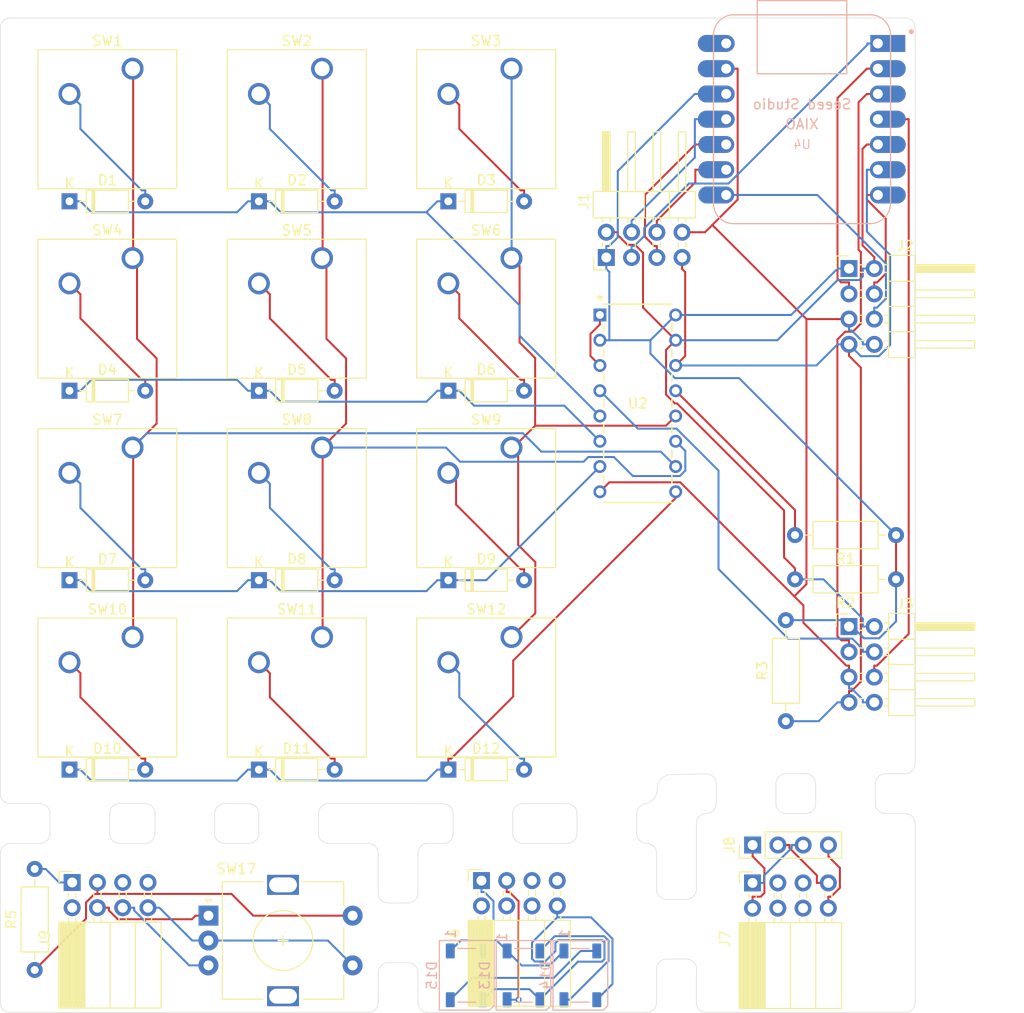
<source format=kicad_pcb>
(kicad_pcb (version 20240108) (generator "pcbnew") (generator_version "8.0")
  (layers (0 "F.Cu" signal) (31 "B.Cu" signal) (34 "B.Paste" user) (35 "F.Paste" user) (36 "B.SilkS" user "B.Silkscreen") (37 "F.SilkS" user "F.Silkscreen") (38 "B.Mask" user) (39 "F.Mask" user) (44 "Edge.Cuts" user))
  (net 0 "")
  (net 1 "ROW0")
  (net 2 "Net-(D1-A)")
  (net 3 "Net-(D2-A)")
  (net 4 "Net-(D3-A)")
  (net 5 "ROW1")
  (net 6 "Net-(D4-A)")
  (net 7 "Net-(D5-A)")
  (net 8 "Net-(D6-A)")
  (net 9 "ROW2")
  (net 10 "Net-(D7-A)")
  (net 11 "Net-(D8-A)")
  (net 12 "Net-(D9-A)")
  (net 13 "Net-(D10-A)")
  (net 14 "ROW3")
  (net 15 "Net-(D11-A)")
  (net 16 "Net-(D12-A)")
  (net 17 "/B2_3V3")
  (net 18 "/B2_DATA")
  (net 19 "Net-(D13-DOUT)")
  (net 20 "/B2_GND")
  (net 21 "Net-(D14-DOUT)")
  (net 23 "SCK")
  (net 24 "+3V3")
  (net 25 "MOSI")
  (net 26 "D0")
  (net 27 "GND")
  (net 28 "SCL")
  (net 29 "MISO")
  (net 30 "SDA")
  (net 31 "RX")
  (net 32 "D1")
  (net 33 "TX")
  (net 34 "P0")
  (net 35 "D2")
  (net 36 "D3")
  (net 43 "/B3_SCL")
  (net 44 "/B3_GND")
  (net 46 "/B3_3V3")
  (net 49 "/B3_SDA")
  (net 50 "/B4_A")
  (net 52 "/B4_B")
  (net 55 "/B4_SW")
  (net 56 "/B4_GND")
  (net 57 "/B4_3V3")
  (net 58 "INT")
  (net 59 "COL0")
  (net 60 "COL1")
  (net 61 "COL2")
  (net 62 "Net-(U2-A0)")
  (footprint "Diode_THT:D_DO-35_SOD27_P7.62mm_Horizontal" (layer "F.Cu") (at 99.06 89.535)
    (property "Reference" "D9")
    (property "Value" "D")
  )
  (footprint "Connector_PinHeader_2.54mm:PinHeader_2x04_P2.54mm_Horizontal" (layer "F.Cu") (at 139.35 94.2)
    (property "Reference" "J3")
    (property "Value" "Conn_02x04_Counter_Clockwise")
  )
  (footprint "Diode_THT:D_DO-35_SOD27_P7.62mm_Horizontal" (layer "F.Cu") (at 80.01 51.435)
    (property "Reference" "D2")
    (property "Value" "D")
  )
  (footprint "Diode_THT:D_DO-35_SOD27_P7.62mm_Horizontal" (layer "F.Cu") (at 60.96 51.435)
    (property "Reference" "D1")
    (property "Value" "D")
  )
  (footprint "Diode_THT:D_DO-35_SOD27_P7.62mm_Horizontal" (layer "F.Cu") (at 99.06 70.485)
    (property "Reference" "D6")
    (property "Value" "D")
  )
  (footprint "Diode_THT:D_DO-35_SOD27_P7.62mm_Horizontal" (layer "F.Cu") (at 80.01 89.535)
    (property "Reference" "D8")
    (property "Value" "D")
  )
  (footprint "Bits and Bobs:breakaway-mousebites" (layer "F.Cu") (at 123.3071 124.73 -90)
    (property "Reference" "B81")
    (property "Value" "breakaway-mousebites" (hide yes))
  )
  (footprint "Bits and Bobs:breakaway-mousebites" (layer "F.Cu") (at 138.9 112.3071 180)
    (property "Reference" "B61")
    (property "Value" "breakaway-mousebites" (hide yes))
  )
  (footprint "Diode_THT:D_DO-35_SOD27_P7.62mm_Horizontal" (layer "F.Cu") (at 60.96 89.535)
    (property "Reference" "D7")
    (property "Value" "D")
  )
  (footprint "Button_Switch_Keyboard:SW_Cherry_MX_1.00u_PCB" (layer "F.Cu") (at 105.41 57.15)
    (property "Reference" "SW6")
    (property "Value" "SW_Push_45deg")
  )
  (footprint "IO Expander:N16" (layer "F.Cu") (at 114.3 62.865)
    (property "Reference" "U2")
    (property "Value" "PCF8574A")
  )
  (footprint "Button_Switch_Keyboard:SW_Cherry_MX_1.00u_PCB" (layer "F.Cu") (at 86.36 76.2)
    (property "Reference" "SW8")
    (property "Value" "SW_Push_45deg")
  )
  (footprint "Bits and Bobs:breakaway-mousebites" (layer "F.Cu") (at 83 112.6611)
    (property "Reference" "B20")
    (property "Value" "breakaway-mousebites" (hide yes))
  )
  (footprint "Diode_THT:D_DO-35_SOD27_P7.62mm_Horizontal" (layer "F.Cu") (at 60.96 108.585)
    (property "Reference" "D10")
    (property "Value" "D")
  )
  (footprint "Resistor_THT:R_Axial_DIN0207_L6.3mm_D2.5mm_P10.16mm_Horizontal" (layer "F.Cu") (at 57.4641 128.731 90)
    (property "Reference" "R5")
    (property "Value" "4.7k")
  )
  (footprint "Bits and Bobs:breakaway-mousebites" (layer "F.Cu") (at 129 109.6611)
    (property "Reference" "B50")
    (property "Value" "breakaway-mousebites" (hide yes))
  )
  (footprint "Connector_PinSocket_2.54mm:PinSocket_2x04_P2.54mm_Horizontal" (layer "F.Cu") (at 129.65 119.975 90)
    (property "Reference" "J7")
    (property "Value" "Conn_02x04_Counter_Clockwise" (hide yes))
  )
  (footprint "Diode_THT:D_DO-35_SOD27_P7.62mm_Horizontal" (layer "F.Cu") (at 99.06 108.585)
    (property "Reference" "D12")
    (property "Value" "D")
  )
  (footprint "Diode_THT:D_DO-35_SOD27_P7.62mm_Horizontal" (layer "F.Cu") (at 80.01 70.485)
    (property "Reference" "D5")
    (property "Value" "D")
  )
  (footprint "Button_Switch_Keyboard:SW_Cherry_MX_1.00u_PCB" (layer "F.Cu") (at 67.31 38.1)
    (property "Reference" "SW1")
    (property "Value" "SW_Push_45deg")
  )
  (footprint "Bits and Bobs:breakaway-mousebites" (layer "F.Cu") (at 95.3071 125.1 -90)
    (property "Reference" "B71")
    (property "Value" "breakaway-mousebites" (hide yes))
  )
  (footprint "Button_Switch_Keyboard:SW_Cherry_MX_1.00u_PCB" (layer "F.Cu") (at 86.36 38.1)
    (property "Reference" "SW2")
    (property "Value" "SW_Push_45deg")
  )
  (footprint "Bits and Bobs:breakaway-mousebites" (layer "F.Cu") (at 114.9 115.3071 180)
    (property "Reference" "B41")
    (property "Value" "breakaway-mousebites" (hide yes))
  )
  (footprint "Connector_PinSocket_2.54mm:PinSocket_2x04_P2.54mm_Horizontal" (layer "F.Cu") (at 102.3906 119.745 90)
    (property "Reference" "J6")
    (property "Value" "Conn_02x04_Counter_Clockwise" (hide yes))
  )
  (footprint "Connector_PinHeader_2.54mm:PinHeader_1x04_P2.54mm_Vertical" (layer "F.Cu") (at 129.66 116.165 90)
    (property "Reference" "J8")
    (property "Value" "Conn_01x04_Pin")
  )
  (footprint "Button_Switch_Keyboard:SW_Cherry_MX_1.00u_PCB" (layer "F.Cu") (at 105.41 76.2)
    (property "Reference" "SW9")
    (property "Value" "SW_Push_45deg")
  )
  (footprint "Bits and Bobs:breakaway-mousebites" (layer "F.Cu") (at 82.9 115.3071 180)
    (property "Reference" "B21")
    (property "Value" "breakaway-mousebites" (hide yes))
  )
  (footprint "Button_Switch_Keyboard:SW_Cherry_MX_1.00u_PCB" (layer "F.Cu") (at 86.36 57.15)
    (property "Reference" "SW5")
    (property "Value" "SW_Push_45deg")
  )
  (footprint "Bits and Bobs:breakaway-mousebites" (layer "F.Cu") (at 120.6611 124.63 90)
    (property "Reference" "B80")
    (property "Value" "breakaway-mousebites" (hide yes))
  )
  (footprint "Bits and Bobs:breakaway-mousebites" (layer "F.Cu") (at 72.56 112.6611)
    (property "Reference" "B10")
    (property "Value" "breakaway-mousebites" (hide yes))
  )
  (footprint "Button_Switch_Keyboard:SW_Cherry_MX_1.00u_PCB" (layer "F.Cu") (at 67.31 76.2)
    (property "Reference" "SW7")
    (property "Value" "SW_Push_45deg")
  )
  (footprint "Bits and Bobs:breakaway-mousebites" (layer "F.Cu") (at 102.44 115.3121 180)
    (property "Reference" "B31")
    (property "Value" "breakaway-mousebites" (hide yes))
  )
  (footprint "Resistor_THT:R_Axial_DIN0207_L6.3mm_D2.5mm_P10.16mm_Horizontal" (layer "F.Cu") (at 144.08 89.445 180)
    (property "Reference" "R2")
    (property "Value" "4.7k")
  )
  (footprint "Button_Switch_Keyboard:SW_Cherry_MX_1.00u_PCB" (layer "F.Cu") (at 86.36 95.25)
    (property "Reference" "SW11")
    (property "Value" "SW_Push_45deg")
  )
  (footprint "Bits and Bobs:breakaway-mousebites" (layer "F.Cu") (at 72.46 115.3071 180)
    (property "Reference" "B11")
    (property "Value" "breakaway-mousebites" (hide yes))
  )
  (footprint "Rotary Encoder:RotaryEncoder_Alps_EC11E-Switch_Vertical_H20mm" (layer "F.Cu") (at 74.9371 123.27)
    (property "Reference" "SW17")
    (property "Value" "RotaryEncoder_Switch")
  )
  (footprint "Diode_THT:D_DO-35_SOD27_P7.62mm_Horizontal" (layer "F.Cu") (at 80.01 108.585)
    (property "Reference" "D11")
    (property "Value" "D")
  )
  (footprint "Bits and Bobs:breakaway-mousebites" (layer "F.Cu") (at 62 112.654)
    (property "Reference" "B00")
    (property "Value" "breakaway-mousebites" (hide yes))
  )
  (footprint "Bits and Bobs:breakaway-mousebites" (layer "F.Cu") (at 102.54 112.6661)
    (property "Reference" "B30")
    (property "Value" "breakaway-mousebites" (hide yes))
  )
  (footprint "Connector_PinSocket_2.54mm:PinSocket_2x04_P2.54mm_Horizontal" (layer "F.Cu") (at 61.2341 119.931 90)
    (property "Reference" "J9")
    (property "Value" "Conn_02x04_Counter_Clockwise" (hide yes))
  )
  (footprint "Button_Switch_Keyboard:SW_Cherry_MX_1.00u_PCB" (layer "F.Cu") (at 67.31 57.15)
    (property "Reference" "SW4")
    (property "Value" "SW_Push_45deg")
  )
  (footprint "Diode_THT:D_DO-35_SOD27_P7.62mm_Horizontal" (layer "F.Cu") (at 60.96 70.485)
    (property "Reference" "D4")
    (property "Value" "D")
  )
  (footprint "Resistor_THT:R_Axial_DIN0207_L6.3mm_D2.5mm_P10.16mm_Horizontal" (layer "F.Cu") (at 133 103.715 90)
    (property "Reference" "R3")
    (property "Value" "4.7k")
  )
  (footprint "Resistor_THT:R_Axial_DIN0207_L6.3mm_D2.5mm_P10.16mm_Horizontal" (layer "F.Cu") (at 144.08 85 180)
    (property "Reference" "R1")
    (property "Value" "4.7k")
  )
  (footprint "Diode_THT:D_DO-35_SOD27_P7.62mm_Horizontal" (layer "F.Cu") (at 99.06 51.435)
    (property "Reference" "D3")
    (property "Value" "D")
  )
  (footprint "Button_Switch_Keyboard:SW_Cherry_MX_1.00u_PCB" (layer "F.Cu") (at 105.41 95.25)
    (property "Reference" "SW12")
    (property "Value" "SW_Push_45deg")
  )
  (footprint "Bits and Bobs:breakaway-mousebites" (layer "F.Cu") (at 139 109.6611)
    (property "Reference" "B60")
    (property "Value" "breakaway-mousebites" (hide yes))
  )
  (footprint "Bits and Bobs:breakaway-mousebites" (layer "F.Cu") (at 115 112.6611)
    (property "Reference" "B40")
    (property "Value" "breakaway-mousebites" (hide yes))
  )
  (footprint "Connector_PinHeader_2.54mm:PinHeader_2x04_P2.54mm_Horizontal" (layer "F.Cu") (at 114.945 57.085 90)
    (property "Reference" "J1")
    (property "Value" "Conn_02x04_Counter_Clockwise")
  )
  (footprint "Button_Switch_Keyboard:SW_Cherry_MX_1.00u_PCB" (layer "F.Cu") (at 67.31 95.25)
    (property "Reference" "SW10")
    (property "Value" "SW_Push_45deg")
  )
  (footprint "Bits and Bobs:breakaway-mousebites" (layer "F.Cu") (at 128.9 112.3071 180)
    (property "Reference" "B51")
    (property "Value" "breakaway-mousebites" (hide yes))
  )
  (footprint "Connector_PinHeader_2.54mm:PinHeader_2x04_P2.54mm_Horizontal" (layer "F.Cu") (at 139.35 58.2)
    (property "Reference" "J2")
    (property "Value" "Conn_02x04_Counter_Clockwise")
  )
  (footprint "Button_Switch_Keyboard:SW_Cherry_MX_1.00u_PCB" (layer "F.Cu") (at 105.41 38.1)
    (property "Reference" "SW3")
    (property "Value" "SW_Push_45deg")
  )
  (footprint "Bits and Bobs:breakaway-mousebites" (layer "F.Cu") (at 92.6611 125 90)
    (property "Reference" "B70")
    (property "Value" "breakaway-mousebites" (hide yes))
  )
  (footprint "Bits and Bobs:breakaway-mousebites" (layer "F.Cu") (at 61.9 115.3 180)
    (property "Reference" "B01")
    (property "Value" "breakaway-mousebites" (hide yes))
  )
  (footprint "LED_SMD:LED_WS2812B_PLCC4_5.0x5.0mm_P3.2mm" (layer "B.Cu") (at 106.6206 129.27 -90)
    (property "Reference" "D13")
    (property "Value" "WS2812B")
  )
  (footprint "SEED XIAO:XIAO-Generic-Hybrid-14P-2.54-21X17.8MM" (layer "B.Cu") (at 134.625 43.18 180)
    (property "Reference" "U4")
    (property "Value" "MOUDLE-SEEEDUINO-XIAO" (hide yes))
  )
  (footprint "LED_SMD:LED_WS2812B_PLCC4_5.0x5.0mm_P3.2mm" (layer "B.Cu") (at 100.9056 129.27 -90)
    (property "Reference" "D15")
    (property "Value" "WS2812B")
  )
  (footprint "LED_SMD:LED_WS2812B_PLCC4_5.0x5.0mm_P3.2mm" (layer "B.Cu") (at 112.3356 129.27 -90)
    (property "Reference" "D14")
    (property "Value" "WS2812B")
  )
  (gr_arc (start 68.56 112) (mid 69.272128 112.294972) (end 69.5671 113.0071) (stroke (width 0.05)) (layer "Edge.Cuts"))
  (gr_line (start 118 113.0071) (end 118 114.999993) (stroke (width 0.05)) (layer "Edge.Cuts"))
  (gr_arc (start 125 109.0071) (mid 125.707107 109.299993) (end 126 110.0071) (stroke (width 0.05)) (layer "Edge.Cuts"))
  (gr_arc (start 121.0071 121.63) (mid 120.294969 121.335024) (end 119.999993 120.622893) (stroke (width 0.05)) (layer "Edge.Cuts"))
  (gr_arc (start 112 115.0071) (mid 111.707107 115.714207) (end 111 116.0071) (stroke (width 0.05)) (layer "Edge.Cuts"))
  (gr_line (start 120 132) (end 120.0071 128.63) (stroke (width 0.05)) (layer "Edge.Cuts"))
  (gr_arc (start 111 112.0071) (mid 111.707107 112.299993) (end 112 113.0071) (stroke (width 0.05)) (layer "Edge.Cuts"))
  (gr_arc (start 145 113) (mid 145.707107 113.292893) (end 146 114) (stroke (width 0.05)) (layer "Edge.Cuts"))
  (gr_arc (start 124 114) (mid 124.292893 113.292893) (end 125 113) (stroke (width 0.05)) (layer "Edge.Cuts"))
  (gr_arc (start 96 121) (mid 95.707104 121.707109) (end 94.999993 122) (stroke (width 0.05)) (layer "Edge.Cuts"))
  (gr_arc (start 126 112.0071) (mid 125.707107 112.714207) (end 125 113.0071) (stroke (width 0.05)) (layer "Edge.Cuts"))
  (gr_line (start 125 109.0071) (end 121.5 109.081139) (stroke (width 0.05)) (layer "Edge.Cuts"))
  (gr_arc (start 75.560007 113.0071) (mid 75.854981 112.294974) (end 76.567107 112) (stroke (width 0.05)) (layer "Edge.Cuts"))
  (gr_arc (start 120.081139 110.5) (mid 120.496714 109.496714) (end 121.5 109.081139) (stroke (width 0.05)) (layer "Edge.Cuts"))
  (gr_arc (start 69.5529 115.0071) (mid 69.262087 115.709187) (end 68.56 116) (stroke (width 0.05)) (layer "Edge.Cuts"))
  (gr_line (start 55 116) (end 58 116) (stroke (width 0.05)) (layer "Edge.Cuts"))
  (gr_arc (start 55 133) (mid 54.292893 132.707107) (end 54 132) (stroke (width 0.05)) (layer "Edge.Cuts"))
  (gr_arc (start 92.0071 129) (mid 92.299993 128.292893) (end 93.0071 128) (stroke (width 0.05)) (layer "Edge.Cuts"))
  (gr_line (start 128 133) (end 125 133) (stroke (width 0.05)) (layer "Edge.Cuts"))
  (gr_arc (start 97 133) (mid 96.292893 132.707107) (end 96 132) (stroke (width 0.05)) (layer "Edge.Cuts"))
  (gr_arc (start 119 116) (mid 119.707107 116.292893) (end 120 117) (stroke (width 0.05)) (layer "Edge.Cuts"))
  (gr_arc (start 92 132) (mid 91.707107 132.707107) (end 91 133) (stroke (width 0.05)) (layer "Edge.Cuts"))
  (gr_line (start 65 114.992893) (end 65 113) (stroke (width 0.05)) (layer "Edge.Cuts"))
  (gr_arc (start 79 112.007107) (mid 79.707107 112.3) (end 80 113.007107) (stroke (width 0.05)) (layer "Edge.Cuts"))
  (gr_arc (start 55 112) (mid 54.292893 111.707107) (end 54 111) (stroke (width 0.05)) (layer "Edge.Cuts"))
  (gr_line (start 55 33) (end 145 33) (stroke (width 0.05)) (layer "Edge.Cuts"))
  (gr_line (start 133 113) (end 135 113.0071) (stroke (width 0.05)) (layer "Edge.Cuts"))
  (gr_line (start 96 121) (end 96 117) (stroke (width 0.05)) (layer "Edge.Cuts"))
  (gr_line (start 135 109.0071) (end 133.007107 108.999993) (stroke (width 0.05)) (layer "Edge.Cuts"))
  (gr_arc (start 54 34) (mid 54.292893 33.292893) (end 55 33) (stroke (width 0.05)) (layer "Edge.Cuts"))
  (gr_arc (start 76.56 116) (mid 75.852891 115.707104) (end 75.56 114.999993) (stroke (width 0.05)) (layer "Edge.Cuts"))
  (gr_line (start 97 116) (end 98.54 116.01213) (stroke (width 0.05)) (layer "Edge.Cuts"))
  (gr_arc (start 123.0071 127.63) (mid 123.714207 127.922893) (end 124.0071 128.63) (stroke (width 0.05)) (layer "Edge.Cuts"))
  (gr_line (start 99.54 115.01213) (end 99.54 113.01213) (stroke (width 0.05)) (layer "Edge.Cuts"))
  (gr_arc (start 96 117) (mid 96.292893 116.292893) (end 97 116) (stroke (width 0.05)) (layer "Edge.Cuts"))
  (gr_arc (start 54 117) (mid 54.292893 116.292893) (end 55 116) (stroke (width 0.05)) (layer "Edge.Cuts"))
  (gr_line (start 145 133) (end 128 133) (stroke (width 0.05)) (layer "Edge.Cuts"))
  (gr_line (start 143 113) (end 145 113) (stroke (width 0.05)) (layer "Edge.Cuts"))
  (gr_line (start 66.007107 111.992893) (end 68.56 112) (stroke (width 0.05)) (layer "Edge.Cuts"))
  (gr_line (start 132 110.0071) (end 132 111.999993) (stroke (width 0.05)) (layer "Edge.Cuts"))
  (gr_arc (start 91 116) (mid 91.707107 116.292893) (end 92 117) (stroke (width 0.05)) (layer "Edge.Cuts"))
  (gr_line (start 142 110.0071) (end 142 111.999993) (stroke (width 0.05)) (layer "Edge.Cuts"))
  (gr_line (start 54 132) (end 54 117) (stroke (width 0.05)) (layer "Edge.Cuts"))
  (gr_line (start 106.54 116.00503) (end 111 116.0071) (stroke (width 0.05)) (layer "Edge.Cuts"))
  (gr_line (start 87.007107 112) (end 95.2 112) (stroke (width 0.05)) (layer "Edge.Cuts"))
  (gr_arc (start 99.54 115.01213) (mid 99.247107 115.719237) (end 98.54 116.01213) (stroke (width 0.05)) (layer "Edge.Cuts"))
  (gr_arc (start 146 132) (mid 145.707107 132.707107) (end 145 133) (stroke (width 0.05)) (layer "Edge.Cuts"))
  (gr_line (start 86 113.007107) (end 86 115) (stroke (width 0.05)) (layer "Edge.Cuts"))
  (gr_line (start 126 112.0071) (end 126 110.0071) (stroke (width 0.05)) (layer "Edge.Cuts"))
  (gr_arc (start 124 120.63) (mid 123.707104 121.337109) (end 122.999993 121.63) (stroke (width 0.05)) (layer "Edge.Cuts"))
  (gr_line (start 75.56 113.0071) (end 75.56 114.999993) (stroke (width 0.05)) (layer "Edge.Cuts"))
  (gr_line (start 76.56 116) (end 79 116.007107) (stroke (width 0.05)) (layer "Edge.Cuts"))
  (gr_line (start 92 132) (end 92.0071 129) (stroke (width 0.05)) (layer "Edge.Cuts"))
  (gr_arc (start 120.081139 110.5) (mid 119.782686 111.424508) (end 119 112) (stroke (width 0.05)) (layer "Edge.Cuts"))
  (gr_line (start 91 133) (end 55 133) (stroke (width 0.05)) (layer "Edge.Cuts"))
  (gr_line (start 96.0071 129) (end 96 132) (stroke (width 0.05)) (layer "Edge.Cuts"))
  (gr_line (start 54 111) (end 54 34) (stroke (width 0.05)) (layer "Edge.Cuts"))
  (gr_arc (start 106.54 116.00503) (mid 105.832891 115.712134) (end 105.54 115.005023) (stroke (width 0.05)) (layer "Edge.Cuts"))
  (gr_arc (start 58 112) (mid 58.707107 112.292893) (end 59 113) (stroke (width 0.05)) (layer "Edge.Cuts"))
  (gr_line (start 69.56 115.0071) (end 69.56 113.0071) (stroke (width 0.05)) (layer "Edge.Cuts"))
  (gr_line (start 136 112.0071) (end 136 110.0071) (stroke (width 0.05)) (layer "Edge.Cuts"))
  (gr_line (start 121.0071 121.63) (end 122.999993 121.63) (stroke (width 0.05)) (layer "Edge.Cuts"))
  (gr_arc (start 105.54 113.01213) (mid 105.834975 112.3) (end 106.547107 112.005023) (stroke (width 0.05)) (layer "Edge.Cuts"))
  (gr_arc (start 143 113) (mid 142.292891 112.707104) (end 142 111.999993) (stroke (width 0.05)) (layer "Edge.Cuts"))
  (gr_line (start 68.56 116) (end 66 116) (stroke (width 0.05)) (layer "Edge.Cuts"))
  (gr_line (start 95.0071 128) (end 93.0071 128) (stroke (width 0.05)) (layer "Edge.Cuts"))
  (gr_arc (start 95.0071 128) (mid 95.714207 128.292893) (end 96.0071 129) (stroke (width 0.05)) (layer "Edge.Cuts"))
  (gr_arc (start 136 112.0071) (mid 135.707107 112.714207) (end 135 113.0071) (stroke (width 0.05)) (layer "Edge.Cuts"))
  (gr_line (start 80 115.007107) (end 80 113.007107) (stroke (width 0.05)) (layer "Edge.Cuts"))
  (gr_arc (start 65 113) (mid 65.294975 112.287868) (end 66.007107 111.992893) (stroke (width 0.05)) (layer "Edge.Cuts"))
  (gr_arc (start 120 132) (mid 119.707107 132.707107) (end 119 133) (stroke (width 0.05)) (layer "Edge.Cuts"))
  (gr_arc (start 132 110.0071) (mid 132.294976 109.294969) (end 133.007107 108.999993) (stroke (width 0.05)) (layer "Edge.Cuts"))
  (gr_arc (start 98.54 112.01213) (mid 99.247107 112.305023) (end 99.54 113.01213) (stroke (width 0.05)) (layer "Edge.Cuts"))
  (gr_line (start 93.0071 122) (end 94.999993 122) (stroke (width 0.05)) (layer "Edge.Cuts"))
  (gr_line (start 59 115) (end 59 113) (stroke (width 0.05)) (layer "Edge.Cuts"))
  (gr_arc (start 93.0071 122) (mid 92.294969 121.705024) (end 91.999993 120.992893) (stroke (width 0.05)) (layer "Edge.Cuts"))
  (gr_arc (start 66 115.9929) (mid 65.292891 115.700004) (end 65 114.992893) (stroke (width 0.05)) (layer "Edge.Cuts"))
  (gr_arc (start 142 110.0071) (mid 142.294976 109.294969) (end 143.007107 108.999993) (stroke (width 0.05)) (layer "Edge.Cuts"))
  (gr_line (start 55 112) (end 58 112) (stroke (width 0.05)) (layer "Edge.Cuts"))
  (gr_line (start 146 114) (end 146 132) (stroke (width 0.05)) (layer "Edge.Cuts"))
  (gr_line (start 124 120.63) (end 124 114) (stroke (width 0.05)) (layer "Edge.Cuts"))
  (gr_arc (start 86 113.007107) (mid 86.294975 112.294977) (end 87.007107 112) (stroke (width 0.05)) (layer "Edge.Cuts"))
  (gr_line (start 106.547107 112.005023) (end 111 112.0071) (stroke (width 0.05)) (layer "Edge.Cuts"))
  (gr_arc (start 146 108) (mid 145.707107 108.707107) (end 145 109) (stroke (width 0.05)) (layer "Edge.Cuts"))
  (gr_line (start 123.0071 127.63) (end 121.0071 127.63) (stroke (width 0.05)) (layer "Edge.Cuts"))
  (gr_line (start 146 34) (end 146 108) (stroke (width 0.05)) (layer "Edge.Cuts"))
  (gr_line (start 91 116) (end 87 116.000007) (stroke (width 0.05)) (layer "Edge.Cuts"))
  (gr_line (start 112 115.0071) (end 112 113.0071) (stroke (width 0.05)) (layer "Edge.Cuts"))
  (gr_arc (start 59 115) (mid 58.707107 115.707107) (end 58 116) (stroke (width 0.05)) (layer "Edge.Cuts"))
  (gr_line (start 105.54 113.01213) (end 105.54 115.005023) (stroke (width 0.05)) (layer "Edge.Cuts"))
  (gr_line (start 124 132) (end 124.0071 128.63) (stroke (width 0.05)) (layer "Edge.Cuts"))
  (gr_arc (start 80 115.007107) (mid 79.707107 115.714214) (end 79 116.007107) (stroke (width 0.05)) (layer "Edge.Cuts"))
  (gr_line (start 119.999993 120.622893) (end 120 117) (stroke (width 0.05)) (layer "Edge.Cuts"))
  (gr_line (start 143.007107 108.999993) (end 145 109) (stroke (width 0.05)) (layer "Edge.Cuts"))
  (gr_line (start 79 112.007107) (end 76.567107 112) (stroke (width 0.05)) (layer "Edge.Cuts"))
  (gr_line (start 98.54 112.01213) (end 95.2 112) (stroke (width 0.05)) (layer "Edge.Cuts"))
  (gr_arc (start 119 116) (mid 118.292891 115.707104) (end 118 114.999993) (stroke (width 0.05)) (layer "Edge.Cuts"))
  (gr_line (start 91.999993 120.992893) (end 92 117) (stroke (width 0.05)) (layer "Edge.Cuts"))
  (gr_arc (start 120.0071 128.63) (mid 120.299993 127.922893) (end 121.0071 127.63) (stroke (width 0.05)) (layer "Edge.Cuts"))
  (gr_line (start 97 133) (end 119 133) (stroke (width 0.05)) (layer "Edge.Cuts"))
  (gr_arc (start 133 113) (mid 132.292891 112.707104) (end 132 111.999993) (stroke (width 0.05)) (layer "Edge.Cuts"))
  (gr_arc (start 135 109.0071) (mid 135.707107 109.299993) (end 136 110.0071) (stroke (width 0.05)) (layer "Edge.Cuts"))
  (gr_arc (start 125 133) (mid 124.292893 132.707107) (end 124 132) (stroke (width 0.05)) (layer "Edge.Cuts"))
  (gr_arc (start 87 116.000007) (mid 86.292891 115.707111) (end 86 115) (stroke (width 0.05)) (layer "Edge.Cuts"))
  (gr_arc (start 145 33) (mid 145.707107 33.292893) (end 146 34) (stroke (width 0.05)) (layer "Edge.Cuts"))
  (gr_arc (start 117.999982 113.0071) (mid 118.292455 112.297473) (end 119 112) (stroke (width 0.05)) (layer "Edge.Cuts"))
  (segment (start 106.2232 61.9033) (end 106.2232 64.9482) (width 0.2) (layer "B.Cu") (net 1))
  (segment (start 82.2134 52.5367) (end 96.8566 52.5367) (width 0.2) (layer "B.Cu") (net 1))
  (segment (start 77.8066 52.5367) (end 78.9083 51.435) (width 0.2) (layer "B.Cu") (net 1))
  (segment (start 63.1634 52.5367) (end 77.8066 52.5367) (width 0.2) (layer "B.Cu") (net 1))
  (segment (start 80.01 51.435) (end 81.1117 51.435) (width 0.2) (layer "B.Cu") (net 1))
  (segment (start 99.06 51.435) (end 97.9583 51.435) (width 0.2) (layer "B.Cu") (net 1))
  (segment (start 96.8566 52.5367) (end 106.2232 61.9033) (width 0.2) (layer "B.Cu") (net 1))
  (segment (start 81.1117 51.435) (end 82.2134 52.5367) (width 0.2) (layer "B.Cu") (net 1))
  (segment (start 106.2232 64.9482) (end 114.3 73.025) (width 0.2) (layer "B.Cu") (net 1))
  (segment (start 62.0617 51.435) (end 63.1634 52.5367) (width 0.2) (layer "B.Cu") (net 1))
  (segment (start 60.96 51.435) (end 62.0617 51.435) (width 0.2) (layer "B.Cu") (net 1))
  (segment (start 97.9583 51.435) (end 96.8566 52.5367) (width 0.2) (layer "B.Cu") (net 1))
  (segment (start 80.01 51.435) (end 78.9083 51.435) (width 0.2) (layer "B.Cu") (net 1))
  (segment (start 62.0602 44.156) (end 68.2375 50.3333) (width 0.2) (layer "B.Cu") (net 2))
  (segment (start 68.2375 50.3333) (end 68.58 50.3333) (width 0.2) (layer "B.Cu") (net 2))
  (segment (start 62.0602 41.7402) (end 62.0602 44.156) (width 0.2) (layer "B.Cu") (net 2))
  (segment (start 60.96 40.64) (end 62.0602 41.7402) (width 0.2) (layer "B.Cu") (net 2))
  (segment (start 68.58 51.435) (end 68.58 50.3333) (width 0.2) (layer "B.Cu") (net 2))
  (segment (start 87.63 51.435) (end 87.63 50.3333) (width 0.2) (layer "B.Cu") (net 3))
  (segment (start 81.1102 41.7402) (end 81.1102 44.156) (width 0.2) (layer "B.Cu") (net 3))
  (segment (start 80.01 40.64) (end 81.1102 41.7402) (width 0.2) (layer "B.Cu") (net 3))
  (segment (start 81.1102 44.156) (end 87.2875 50.3333) (width 0.2) (layer "B.Cu") (net 3))
  (segment (start 87.2875 50.3333) (end 87.63 50.3333) (width 0.2) (layer "B.Cu") (net 3))
  (segment (start 106.3375 50.3333) (end 106.68 50.3333) (width 0.2) (layer "F.Cu") (net 4))
  (segment (start 100.1602 41.7402) (end 100.1602 44.156) (width 0.2) (layer "F.Cu") (net 4))
  (segment (start 100.1602 44.156) (end 106.3375 50.3333) (width 0.2) (layer "F.Cu") (net 4))
  (segment (start 99.06 40.64) (end 100.1602 41.7402) (width 0.2) (layer "F.Cu") (net 4))
  (segment (start 106.68 51.435) (end 106.68 50.3333) (width 0.2) (layer "F.Cu") (net 4))
  (segment (start 96.8566 71.5867) (end 97.9583 70.485) (width 0.2) (layer "B.Cu") (net 5))
  (segment (start 99.06 70.485) (end 100.1617 70.485) (width 0.2) (layer "B.Cu") (net 5))
  (segment (start 81.1117 70.485) (end 82.2134 71.5867) (width 0.2) (layer "B.Cu") (net 5))
  (segment (start 63.1634 69.3833) (end 77.8066 69.3833) (width 0.2) (layer "B.Cu") (net 5))
  (segment (start 77.8066 69.3833) (end 78.9083 70.485) (width 0.2) (layer "B.Cu") (net 5))
  (segment (start 80.01 70.485) (end 81.1117 70.485) (width 0.2) (layer "B.Cu") (net 5))
  (segment (start 60.96 70.485) (end 62.0617 70.485) (width 0.2) (layer "B.Cu") (net 5))
  (segment (start 79.4592 70.485) (end 78.9083 70.485) (width 0.2) (layer "B.Cu") (net 5))
  (segment (start 62.0617 70.485) (end 63.1634 69.3833) (width 0.2) (layer "B.Cu") (net 5))
  (segment (start 79.4592 70.485) (end 80.01 70.485) (width 0.2) (layer "B.Cu") (net 5))
  (segment (start 110.7234 71.9884) (end 114.3 75.565) (width 0.2) (layer "B.Cu") (net 5))
  (segment (start 99.06 70.485) (end 97.9583 70.485) (width 0.2) (layer "B.Cu") (net 5))
  (segment (start 82.2134 71.5867) (end 96.8566 71.5867) (width 0.2) (layer "B.Cu") (net 5))
  (segment (start 100.1617 70.485) (end 101.6651 71.9884) (width 0.2) (layer "B.Cu") (net 5))
  (segment (start 101.6651 71.9884) (end 110.7234 71.9884) (width 0.2) (layer "B.Cu") (net 5))
  (segment (start 62.0602 60.7902) (end 62.0602 63.206) (width 0.2) (layer "F.Cu") (net 6))
  (segment (start 68.58 70.485) (end 68.58 69.3833) (width 0.2) (layer "F.Cu") (net 6))
  (segment (start 62.0602 63.206) (end 68.2375 69.3833) (width 0.2) (layer "F.Cu") (net 6))
  (segment (start 68.2375 69.3833) (end 68.58 69.3833) (width 0.2) (layer "F.Cu") (net 6))
  (segment (start 60.96 59.69) (end 62.0602 60.7902) (width 0.2) (layer "F.Cu") (net 6))
  (segment (start 81.1102 60.7902) (end 81.1102 63.206) (width 0.2) (layer "F.Cu") (net 7))
  (segment (start 80.01 59.69) (end 81.1102 60.7902) (width 0.2) (layer "F.Cu") (net 7))
  (segment (start 87.2875 69.3833) (end 87.63 69.3833) (width 0.2) (layer "F.Cu") (net 7))
  (segment (start 81.1102 63.206) (end 87.2875 69.3833) (width 0.2) (layer "F.Cu") (net 7))
  (segment (start 87.63 70.485) (end 87.63 69.3833) (width 0.2) (layer "F.Cu") (net 7))
  (segment (start 100.1602 63.206) (end 106.3375 69.3833) (width 0.2) (layer "F.Cu") (net 8))
  (segment (start 99.06 59.69) (end 100.1602 60.7902) (width 0.2) (layer "F.Cu") (net 8))
  (segment (start 106.68 70.485) (end 106.68 69.3833) (width 0.2) (layer "F.Cu") (net 8))
  (segment (start 106.3375 69.3833) (end 106.68 69.3833) (width 0.2) (layer "F.Cu") (net 8))
  (segment (start 100.1602 60.7902) (end 100.1602 63.206) (width 0.2) (layer "F.Cu") (net 8))
  (segment (start 80.01 89.535) (end 78.9083 89.535) (width 0.2) (layer "B.Cu") (net 9))
  (segment (start 102.87 89.535) (end 99.06 89.535) (width 0.2) (layer "B.Cu") (net 9))
  (segment (start 96.8566 90.6367) (end 82.2134 90.6367) (width 0.2) (layer "B.Cu") (net 9))
  (segment (start 97.9583 89.535) (end 96.8566 90.6367) (width 0.2) (layer "B.Cu") (net 9))
  (segment (start 82.2134 90.6367) (end 81.1117 89.535) (width 0.2) (layer "B.Cu") (net 9))
  (segment (start 77.8066 90.6367) (end 78.9083 89.535) (width 0.2) (layer "B.Cu") (net 9))
  (segment (start 60.96 89.535) (end 62.0617 89.535) (width 0.2) (layer "B.Cu") (net 9))
  (segment (start 62.0617 89.535) (end 63.1634 90.6367) (width 0.2) (layer "B.Cu") (net 9))
  (segment (start 114.3 78.105) (end 102.87 89.535) (width 0.2) (layer "B.Cu") (net 9))
  (segment (start 99.06 89.535) (end 97.9583 89.535) (width 0.2) (layer "B.Cu") (net 9))
  (segment (start 63.1634 90.6367) (end 77.8066 90.6367) (width 0.2) (layer "B.Cu") (net 9))
  (segment (start 80.01 89.535) (end 81.1117 89.535) (width 0.2) (layer "B.Cu") (net 9))
  (segment (start 68.58 89.535) (end 68.58 88.4333) (width 0.2) (layer "B.Cu") (net 10))
  (segment (start 62.0602 82.256) (end 68.2375 88.4333) (width 0.2) (layer "B.Cu") (net 10))
  (segment (start 68.2375 88.4333) (end 68.58 88.4333) (width 0.2) (layer "B.Cu") (net 10))
  (segment (start 60.96 78.74) (end 62.0602 79.8402) (width 0.2) (layer "B.Cu") (net 10))
  (segment (start 62.0602 79.8402) (end 62.0602 82.256) (width 0.2) (layer "B.Cu") (net 10))
  (segment (start 80.01 78.74) (end 81.1102 79.8402) (width 0.2) (layer "B.Cu") (net 11))
  (segment (start 87.63 89.535) (end 87.63 88.4333) (width 0.2) (layer "B.Cu") (net 11))
  (segment (start 87.2875 88.4333) (end 87.63 88.4333) (width 0.2) (layer "B.Cu") (net 11))
  (segment (start 81.1102 82.256) (end 87.2875 88.4333) (width 0.2) (layer "B.Cu") (net 11))
  (segment (start 81.1102 79.8402) (end 81.1102 82.256) (width 0.2) (layer "B.Cu") (net 11))
  (segment (start 106.68 89.535) (end 106.68 88.4333) (width 0.2) (layer "F.Cu") (net 12))
  (segment (start 99.06 78.74) (end 99.8364 79.5164) (width 0.2) (layer "F.Cu") (net 12))
  (segment (start 99.8364 81.9322) (end 106.3375 88.4333) (width 0.2) (layer "F.Cu") (net 12))
  (segment (start 99.8364 79.5164) (end 99.8364 81.9322) (width 0.2) (layer "F.Cu") (net 12))
  (segment (start 106.3375 88.4333) (end 106.68 88.4333) (width 0.2) (layer "F.Cu") (net 12))
  (segment (start 62.0602 98.8902) (end 62.0602 101.306) (width 0.2) (layer "F.Cu") (net 13))
  (segment (start 68.2375 107.4833) (end 68.58 107.4833) (width 0.2) (layer "F.Cu") (net 13))
  (segment (start 62.0602 101.306) (end 68.2375 107.4833) (width 0.2) (layer "F.Cu") (net 13))
  (segment (start 60.96 97.79) (end 62.0602 98.8902) (width 0.2) (layer "F.Cu") (net 13))
  (segment (start 68.58 108.585) (end 68.58 107.4833) (width 0.2) (layer "F.Cu") (net 13))
  (segment (start 121.92 80.645) (end 121.92 81.28) (width 0.2) (layer "F.Cu") (net 14))
  (segment (start 99.3354 107.4833) (end 99.06 107.4833) (width 0.2) (layer "F.Cu") (net 14))
  (segment (start 121.92 81.28) (end 105.5798 97.6202) (width 0.2) (layer "F.Cu") (net 14))
  (segment (start 99.06 108.585) (end 99.06 107.4833) (width 0.2) (layer "F.Cu") (net 14))
  (segment (start 105.5798 101.2389) (end 99.3354 107.4833) (width 0.2) (layer "F.Cu") (net 14))
  (segment (start 105.5798 97.6202) (end 105.5798 101.2389) (width 0.2) (layer "F.Cu") (net 14))
  (segment (start 80.01 108.585) (end 78.9083 108.585) (width 0.2) (layer "B.Cu") (net 14))
  (segment (start 82.2134 109.6867) (end 81.1117 108.585) (width 0.2) (layer "B.Cu") (net 14))
  (segment (start 80.01 108.585) (end 81.1117 108.585) (width 0.2) (layer "B.Cu") (net 14))
  (segment (start 60.96 108.585) (end 62.0617 108.585) (width 0.2) (layer "B.Cu") (net 14))
  (segment (start 78.9083 108.585) (end 77.8066 109.6867) (width 0.2) (layer "B.Cu") (net 14))
  (segment (start 97.9583 108.585) (end 96.8566 109.6867) (width 0.2) (layer "B.Cu") (net 14))
  (segment (start 99.06 108.585) (end 97.9583 108.585) (width 0.2) (layer "B.Cu") (net 14))
  (segment (start 77.8066 109.6867) (end 63.1634 109.6867) (width 0.2) (layer "B.Cu") (net 14))
  (segment (start 96.8566 109.6867) (end 82.2134 109.6867) (width 0.2) (layer "B.Cu") (net 14))
  (segment (start 63.1634 109.6867) (end 62.0617 108.585) (width 0.2) (layer "B.Cu") (net 14))
  (segment (start 87.2875 107.4833) (end 87.63 107.4833) (width 0.2) (layer "F.Cu") (net 15))
  (segment (start 80.01 97.79) (end 81.1102 98.8902) (width 0.2) (layer "F.Cu") (net 15))
  (segment (start 87.63 108.585) (end 87.63 107.4833) (width 0.2) (layer "F.Cu") (net 15))
  (segment (start 81.1102 98.8902) (end 81.1102 101.306) (width 0.2) (layer "F.Cu") (net 15))
  (segment (start 81.1102 101.306) (end 87.2875 107.4833) (width 0.2) (layer "F.Cu") (net 15))
  (segment (start 106.68 108.585) (end 106.68 107.4833) (width 0.2) (layer "B.Cu") (net 16))
  (segment (start 99.06 97.79) (end 100.1602 98.8902) (width 0.2) (layer "B.Cu") (net 16))
  (segment (start 100.1602 101.306) (end 106.3375 107.4833) (width 0.2) (layer "B.Cu") (net 16))
  (segment (start 106.3375 107.4833) (end 106.68 107.4833) (width 0.2) (layer "B.Cu") (net 16))
  (segment (start 100.1602 98.8902) (end 100.1602 101.306) (width 0.2) (layer "B.Cu") (net 16))
  (segment (start 103.8962 125.7456) (end 104.9706 126.82) (width 0.2) (layer "B.Cu") (net 17))
  (segment (start 102.3906 120.8967) (end 102.6785 120.8967) (width 0.2) (layer "B.Cu") (net 17))
  (segment (start 102.3906 119.745) (end 102.3906 120.8967) (width 0.2) (layer "B.Cu") (net 17))
  (segment (start 102.6785 120.8967) (end 103.5992 121.8174) (width 0.2) (layer "B.Cu") (net 17))
  (segment (start 109.2282 128.2774) (end 110.6856 126.82) (width 0.2) (layer "B.Cu") (net 17))
  (segment (start 99.2556 126.82) (end 100.33 125.7456) (width 0.2) (layer "B.Cu") (net 17))
  (segment (start 106.428 128.2774) (end 109.2282 128.2774) (width 0.2) (layer "B.Cu") (net 17))
  (segment (start 103.5992 121.8174) (end 103.5992 125.7456) (width 0.2) (layer "B.Cu") (net 17))
  (segment (start 103.5992 125.7456) (end 103.8962 125.7456) (width 0.2) (layer "B.Cu") (net 17))
  (segment (start 100.33 125.7456) (end 103.5992 125.7456) (width 0.2) (layer "B.Cu") (net 17))
  (segment (start 104.9706 126.82) (end 106.428 128.2774) (width 0.2) (layer "B.Cu") (net 17))
  (segment (start 105.1991 120.8967) (end 106.12 121.8176) (width 0.2) (layer "F.Cu") (net 18))
  (segment (start 106.12 121.8176) (end 106.12 131.72) (width 0.2) (layer "F.Cu") (net 18))
  (segment (start 104.9306 120.8967) (end 105.1991 120.8967) (width 0.2) (layer "F.Cu") (net 18))
  (segment (start 104.9306 119.745) (end 104.9306 120.8967) (width 0.2) (layer "F.Cu") (net 18))
  (via (at 106.12 131.72) (size 0.6) (drill 0.3) (layers "F.Cu" "B.Cu") (net 18))
  (segment (start 104.9706 131.72) (end 106.12 131.72) (width 0.2) (layer "B.Cu") (net 18))
  (segment (start 115.1629 125.7825) (end 115.1629 127.8107) (width 0.2) (layer "B.Cu") (net 19))
  (segment (start 108.2706 126.82) (end 109.7567 125.3339) (width 0.2) (layer "B.Cu") (net 19))
  (segment (start 109.7567 125.3339) (end 114.7143 125.3339) (width 0.2) (layer "B.Cu") (net 19))
  (segment (start 115.1629 127.8107) (end 111.2536 131.72) (width 0.2) (layer "B.Cu") (net 19))
  (segment (start 111.2536 131.72) (end 110.6856 131.72) (width 0.2) (layer "B.Cu") (net 19))
  (segment (start 114.7143 125.3339) (end 115.1629 125.7825) (width 0.2) (layer "B.Cu") (net 19))
  (segment (start 113.9856 131.72) (end 115.5668 130.1388) (width 0.2) (layer "B.Cu") (net 20))
  (segment (start 115.5668 125.5956) (end 113.4079 123.4367) (width 0.2) (layer "B.Cu") (net 20))
  (segment (start 110.1025 125.7371) (end 114.5495 125.7371) (width 0.2) (layer "B.Cu") (net 20))
  (segment (start 113.4079 123.4367) (end 110.0106 123.4367) (width 0.2) (layer "B.Cu") (net 20))
  (segment (start 115.5668 130.1388) (end 115.5668 125.5956) (width 0.2) (layer "B.Cu") (net 20))
  (segment (start 108.7894 127.8757) (end 109.8252 126.8399) (width 0.2) (layer "B.Cu") (net 20))
  (segment (start 112.0939 127.8967) (end 108.2706 131.72) (width 0.2) (layer "B.Cu") (net 20))
  (segment (start 109.8252 126.0144) (end 110.1025 125.7371) (width 0.2) (layer "B.Cu") (net 20))
  (segment (start 114.7597 127.4607) (end 114.7597 127.6459) (width 0.2) (layer "B.Cu") (net 20))
  (segment (start 114.7612 127.4592) (end 114.7597 127.4607) (width 0.2) (layer "B.Cu") (net 20))
  (segment (start 107.4729 127.605) (end 107.7436 127.8757) (width 0.2) (layer "B.Cu") (net 20))
  (segment (start 107.2129 130.6623) (end 108.2706 131.72) (width 0.2) (layer "B.Cu") (net 20))
  (segment (start 114.7612 125.9488) (end 114.7612 127.4592) (width 0.2) (layer "B.Cu") (net 20))
  (segment (start 103.6133 130.6623) (end 107.2129 130.6623) (width 0.2) (layer "B.Cu") (net 20))
  (segment (start 114.5089 127.8967) (end 112.0939 127.8967) (width 0.2) (layer "B.Cu") (net 20))
  (segment (start 110.0106 122.285) (end 110.0106 123.4367) (width 0.2) (layer "B.Cu") (net 20))
  (segment (start 114.5495 125.7371) (end 114.7612 125.9488) (width 0.2) (layer "B.Cu") (net 20))
  (segment (start 102.5556 131.72) (end 103.6133 130.6623) (width 0.2) (layer "B.Cu") (net 20))
  (segment (start 107.4729 125.9744) (end 107.4729 127.605) (width 0.2) (layer "B.Cu") (net 20))
  (segment (start 110.0106 123.4367) (end 107.4729 125.9744) (width 0.2) (layer "B.Cu") (net 20))
  (segment (start 107.7436 127.8757) (end 108.7894 127.8757) (width 0.2) (layer "B.Cu") (net 20))
  (segment (start 114.7597 127.6459) (end 114.5089 127.8967) (width 0.2) (layer "B.Cu") (net 20))
  (segment (start 109.8252 126.8399) (end 109.8252 126.0144) (width 0.2) (layer "B.Cu") (net 20))
  (segment (start 101.4491 129.5265) (end 99.2556 131.72) (width 0.2) (layer "B.Cu") (net 21))
  (segment (start 112.3663 126.82) (end 109.6598 129.5265) (width 0.2) (layer "B.Cu") (net 21))
  (segment (start 113.9856 126.82) (end 112.3663 126.82) (width 0.2) (layer "B.Cu") (net 21))
  (segment (start 109.6598 129.5265) (end 101.4491 129.5265) (width 0.2) (layer "B.Cu") (net 21))
  (segment (start 127 48.26) (end 123.8983 48.26) (width 0.2) (layer "F.Cu") (net 23))
  (segment (start 120.025 54.545) (end 120.025 53.3933) (width 0.2) (layer "F.Cu") (net 23))
  (segment (start 123.8983 48.26) (end 123.8983 49.52) (width 0.2) (layer "F.Cu") (net 23))
  (segment (start 123.8983 49.52) (end 120.025 53.3933) (width 0.2) (layer "F.Cu") (net 23))
  (segment (start 144.08 85) (end 144.08 89.445) (width 0.2) (layer "F.Cu") (net 24))
  (segment (start 114.945 57.085) (end 114.945 55.9333) (width 0.2) (layer "B.Cu") (net 24))
  (segment (start 115.2494 58.5411) (end 115.2494 65.405) (width 0.2) (layer "B.Cu") (net 24))
  (segment (start 139.0275 93.555) (end 133 93.555) (width 0.2) (layer "B.Cu") (net 24))
  (segment (start 133.5333 62.865) (end 121.92 62.865) (width 0.2) (layer "B.Cu") (net 24))
  (segment (start 115.2494 65.405) (end 119.38 65.405) (width 0.2) (layer "B.Cu") (net 24))
  (segment (start 128.295 69.215) (end 121.8388 69.215) (width 0.2) (layer "B.Cu") (net 24))
  (segment (start 114.945 57.085) (end 114.945 58.2367) (width 0.2) (layer "B.Cu") (net 24))
  (segment (start 121.8388 69.215) (end 119.38 66.7562) (width 0.2) (layer "B.Cu") (net 24))
  (segment (start 144.08 89.445) (end 144.08 93.6726) (width 0.2) (layer "B.Cu") (net 24))
  (segment (start 138.1983 58.2) (end 133.5333 62.865) (width 0.2) (layer "B.Cu") (net 24))
  (segment (start 144.08 85) (end 128.295 69.215) (width 0.2) (layer "B.Cu") (net 24))
  (segment (start 114.945 58.2367) (end 115.2494 58.5411) (width 0.2) (layer "B.Cu") (net 24))
  (segment (start 116.0967 55.0696) (end 115.233 55.9333) (width 0.2) (layer "B.Cu") (net 24))
  (segment (start 139.35 93.8775) (end 139.0275 93.555) (width 0.2) (layer "B.Cu") (net 24))
  (segment (start 139.35 94.2) (end 139.35 93.8775) (width 0.2) (layer "B.Cu") (net 24))
  (segment (start 140.851 95.3785) (end 139.35 93.8775) (width 0.2) (layer "B.Cu") (net 24))
  (segment (start 127 40.64) (end 123.8483 40.64) (width 0.2) (layer "B.Cu") (net 24))
  (segment (start 115.233 55.9333) (end 114.945 55.9333) (width 0.2) (layer "B.Cu") (net 24))
  (segment (start 114.3 65.405) (end 115.2494 65.405) (width 0.2) (layer "B.Cu") (net 24))
  (segment (start 119.38 66.7562) (end 119.38 65.405) (width 0.2) (layer "B.Cu") (net 24))
  (segment (start 116.0967 48.3916) (end 116.0967 55.0696) (width 0.2) (layer "B.Cu") (net 24))
  (segment (start 123.8483 40.64) (end 116.0967 48.3916) (width 0.2) (layer "B.Cu") (net 24))
  (segment (start 142.3741 95.3785) (end 140.851 95.3785) (width 0.2) (layer "B.Cu") (net 24))
  (segment (start 119.38 65.405) (end 121.92 62.865) (width 0.2) (layer "B.Cu") (net 24))
  (segment (start 144.08 93.6726) (end 142.3741 95.3785) (width 0.2) (layer "B.Cu") (net 24))
  (segment (start 139.35 58.2) (end 138.1983 58.2) (width 0.2) (layer "B.Cu") (net 24))
  (segment (start 123.8483 47.03) (end 123.8483 43.18) (width 0.2) (layer "B.Cu") (net 25))
  (segment (start 117.485 53.3933) (end 123.8483 47.03) (width 0.2) (layer "B.Cu") (net 25))
  (segment (start 127 43.18) (end 123.8483 43.18) (width 0.2) (layer "B.Cu") (net 25))
  (segment (start 117.485 54.545) (end 117.485 53.3933) (width 0.2) (layer "B.Cu") (net 25))
  (segment (start 127.2415 49.6483) (end 123.2565 49.6483) (width 0.2) (layer "B.Cu") (net 26))
  (segment (start 118.755 54.9318) (end 117.7535 55.9333) (width 0.2) (layer "B.Cu") (net 26))
  (segment (start 117.485 57.085) (end 117.485 55.9333) (width 0.2) (layer "B.Cu") (net 26))
  (segment (start 123.2565 49.6483) (end 118.755 54.1498) (width 0.2) (layer "B.Cu") (net 26))
  (segment (start 118.755 54.1498) (end 118.755 54.9318) (width 0.2) (layer "B.Cu") (net 26))
  (segment (start 117.7535 55.9333) (end 117.485 55.9333) (width 0.2) (layer "B.Cu") (net 26))
  (segment (start 141.1983 35.6915) (end 127.2415 49.6483) (width 0.2) (layer "B.Cu") (net 26))
  (segment (start 141.1983 35.56) (end 141.1983 35.6915) (width 0.2) (layer "B.Cu") (net 26))
  (segment (start 142.25 35.56) (end 141.1983 35.56) (width 0.2) (layer "B.Cu") (net 26))
  (segment (start 127 38.1) (end 128.1517 38.1) (width 0.2) (layer "F.Cu") (net 27))
  (segment (start 133.8445 91.1562) (end 134.7635 92.0753) (width 0.2) (layer "F.Cu") (net 27))
  (segment (start 125.6037 53.8132) (end 135.0705 63.28) (width 0.2) (layer "F.Cu") (net 27))
  (segment (start 122.3807 79.6925) (end 133.8445 91.1562) (width 0.2) (layer "F.Cu") (net 27))
  (segment (start 125.6037 53.8132) (end 124.8719 54.545) (width 0.2) (layer "F.Cu") (net 27))
  (segment (start 114.3 80.645) (end 115.2525 79.6925) (width 0.2) (layer "F.Cu") (net 27))
  (segment (start 134.7635 93.8103) (end 139.0815 98.1283) (width 0.2) (layer "F.Cu") (net 27))
  (segment (start 128.1517 38.1) (end 128.1517 51.2652) (width 0.2) (layer "F.Cu") (net 27))
  (segment (start 135.0705 63.28) (end 135.0705 89.9302) (width 0.2) (layer "F.Cu") (net 27))
  (segment (start 124.8719 54.545) (end 122.565 54.545) (width 0.2) (layer "F.Cu") (net 27))
  (segment (start 139.0815 98.1283) (end 139.35 98.1283) (width 0.2) (layer "F.Cu") (net 27))
  (segment (start 115.2525 79.6925) (end 122.3807 79.6925) (width 0.2) (layer "F.Cu") (net 27))
  (segment (start 139.35 99.28) (end 139.35 98.1283) (width 0.2) (layer "F.Cu") (net 27))
  (segment (start 134.7635 92.0753) (end 134.7635 93.8103) (width 0.2) (layer "F.Cu") (net 27))
  (segment (start 135.0705 89.9302) (end 133.8445 91.1562) (width 0.2) (layer "F.Cu") (net 27))
  (segment (start 139.35 63.28) (end 138.1983 63.28) (width 0.2) (layer "F.Cu") (net 27))
  (segment (start 128.1517 51.2652) (end 125.6037 53.8132) (width 0.2) (layer "F.Cu") (net 27))
  (segment (start 135.0705 63.28) (end 138.1983 63.28) (width 0.2) (layer "F.Cu") (net 27))
  (segment (start 141.89 65.82) (end 140.7383 65.82) (width 0.2) (layer "B.Cu") (net 27))
  (segment (start 141.89 101.82) (end 140.7383 101.82) (width 0.2) (layer "B.Cu") (net 27))
  (segment (start 140.7383 65.82) (end 140.7383 65.5515) (width 0.2) (layer "B.Cu") (net 27))
  (segment (start 139.6185 100.4317) (end 139.35 100.4317) (width 0.2) (layer "B.Cu") (net 27))
  (segment (start 139.35 63.28) (end 139.35 64.4317) (width 0.2) (layer "B.Cu") (net 27))
  (segment (start 139.6185 64.4317) (end 139.35 64.4317) (width 0.2) (layer "B.Cu") (net 27))
  (segment (start 140.7383 101.5515) (end 139.6185 100.4317) (width 0.2) (layer "B.Cu") (net 27))
  (segment (start 140.7383 65.5515) (end 139.6185 64.4317) (width 0.2) (layer "B.Cu") (net 27))
  (segment (start 139.35 99.28) (end 139.35 100.4317) (width 0.2) (layer "B.Cu") (net 27))
  (segment (start 140.7383 101.82) (end 140.7383 101.5515) (width 0.2) (layer "B.Cu") (net 27))
  (segment (start 122.8759 66.9891) (end 122.8759 58.5476) (width 0.2) (layer "F.Cu") (net 28))
  (segment (start 139.35 101.82) (end 139.35 100.6683) (width 0.2) (layer "F.Cu") (net 28))
  (segment (start 140.5406 99.7462) (end 139.6185 100.6683) (width 0.2) (layer "F.Cu") (net 28))
  (segment (start 139.35 65.82) (end 139.35 66.9717) (width 0.2) (layer "F.Cu") (net 28))
  (segment (start 122.565 57.085) (end 122.565 58.2367) (width 0.2) (layer "F.Cu") (net 28))
  (segment (start 139.6185 100.6683) (end 139.35 100.6683) (width 0.2) (layer "F.Cu") (net 28))
  (segment (start 139.35 66.9717) (end 140.5406 68.1623) (width 0.2) (layer "F.Cu") (net 28))
  (segment (start 140.5406 68.1623) (end 140.5406 99.7462) (width 0.2) (layer "F.Cu") (net 28))
  (segment (start 121.92 67.945) (end 122.8759 66.9891) (width 0.2) (layer "F.Cu") (net 28))
  (segment (start 122.8759 58.5476) (end 122.565 58.2367) (width 0.2) (layer "F.Cu") (net 28))
  (segment (start 139.35 65.82) (end 138.1983 65.82) (width 0.2) (layer "B.Cu") (net 28))
  (segment (start 139.35 65.82) (end 140.5371 67.0071) (width 0.2) (layer "B.Cu") (net 28))
  (segment (start 142.3535 67.0071) (end 143.4871 65.8735) (width 0.2) (layer "B.Cu") (net 28))
  (segment (start 136.3033 103.715) (end 138.1983 101.82) (width 0.2) (layer "B.Cu") (net 28))
  (segment (start 139.35 101.82) (end 138.1983 101.82) (width 0.2) (layer "B.Cu") (net 28))
  (segment (start 143.4871 65.8735) (end 143.4871 56.8233) (width 0.2) (layer "B.Cu") (net 28))
  (segment (start 133 103.715) (end 136.3033 103.715) (width 0.2) (layer "B.Cu") (net 28))
  (segment (start 141.1483 54.4845) (end 141.1483 48.26) (width 0.2) (layer "B.Cu") (net 28))
  (segment (start 142.25 48.26) (end 141.1483 48.26) (width 0.2) (layer "B.Cu") (net 28))
  (segment (start 143.4871 56.8233) (end 141.1483 54.4845) (width 0.2) (layer "B.Cu") (net 28))
  (segment (start 136.0733 67.945) (end 138.1983 65.82) (width 0.2) (layer "B.Cu") (net 28))
  (segment (start 140.5371 67.0071) (end 142.3535 67.0071) (width 0.2) (layer "B.Cu") (net 28))
  (segment (start 121.92 67.945) (end 136.0733 67.945) (width 0.2) (layer "B.Cu") (net 28))
  (segment (start 127 45.72) (end 123.8983 45.72) (width 0.2) (layer "F.Cu") (net 29))
  (segment (start 123.8983 45.72) (end 118.8344 50.7839) (width 0.2) (layer "F.Cu") (net 29))
  (segment (start 119.7565 55.9333) (end 120.025 55.9333) (width 0.2) (layer "F.Cu") (net 29))
  (segment (start 118.8344 55.0112) (end 119.7565 55.9333) (width 0.2) (layer "F.Cu") (net 29))
  (segment (start 120.025 57.085) (end 120.025 55.9333) (width 0.2) (layer "F.Cu") (net 29))
  (segment (start 118.8344 50.7839) (end 118.8344 55.0112) (width 0.2) (layer "F.Cu") (net 29))
  (segment (start 116.0967 54.8329) (end 116.0967 54.545) (width 0.2) (layer "F.Cu") (net 30))
  (segment (start 140.7084 55.8667) (end 140.7084 46.1599) (width 0.2) (layer "F.Cu") (net 30))
  (segment (start 120.9511 70.8732) (end 120.9511 66.3739) (width 0.2) (layer "F.Cu") (net 30))
  (segment (start 132.8183 82.5252) (end 122.0481 71.755) (width 0.2) (layer "F.Cu") (net 30))
  (segment (start 133.92 89.445) (end 133.92 88.3433) (width 0.2) (layer "F.Cu") (net 30))
  (segment (start 118.6367 62.1217) (end 118.6367 56.6079) (width 0.2) (layer "F.Cu") (net 30))
  (segment (start 117.8438 55.815) (end 117.0788 55.815) (width 0.2) (layer "F.Cu") (net 30))
  (segment (start 117.0788 55.815) (end 116.0967 54.8329) (width 0.2) (layer "F.Cu") (net 30))
  (segment (start 122.0481 71.755) (end 121.8329 71.755) (width 0.2) (layer "F.Cu") (net 30))
  (segment (start 118.6367 56.6079) (end 117.8438 55.815) (width 0.2) (layer "F.Cu") (net 30))
  (segment (start 120.9511 66.3739) (end 121.92 65.405) (width 0.2) (layer "F.Cu") (net 30))
  (segment (start 142.25 45.72) (end 141.1483 45.72) (width 0.2) (layer "F.Cu") (net 30))
  (segment (start 132.8183 87.2416) (end 132.8183 82.5252) (width 0.2) (layer "F.Cu") (net 30))
  (segment (start 114.945 54.545) (end 116.0967 54.545) (width 0.2) (layer "F.Cu") (net 30))
  (segment (start 133.92 88.3433) (end 132.8183 87.2416) (width 0.2) (layer "F.Cu") (net 30))
  (segment (start 121.92 65.405) (end 118.6367 62.1217) (width 0.2) (layer "F.Cu") (net 30))
  (segment (start 140.7084 46.1599) (end 141.1483 45.72) (width 0.2) (layer "F.Cu") (net 30))
  (segment (start 141.89 58.2) (end 141.89 57.0483) (width 0.2) (layer "F.Cu") (net 30))
  (segment (start 141.89 57.0483) (end 140.7084 55.8667) (width 0.2) (layer "F.Cu") (net 30))
  (segment (start 121.8329 71.755) (end 120.9511 70.8732) (width 0.2) (layer "F.Cu") (net 30))
  (segment (start 140.7383 93.4082) (end 136.7751 89.445) (width 0.2) (layer "B.Cu") (net 30))
  (segment (start 141.89 94.2) (end 140.7383 94.2) (width 0.2) (layer "B.Cu") (net 30))
  (segment (start 138.1983 59.3517) (end 132.145 65.405) (width 0.2) (layer "B.Cu") (net 30))
  (segment (start 140.3784 59.3517) (end 138.1983 59.3517) (width 0.2) (layer "B.Cu") (net 30))
  (segment (start 140.7383 58.2) (end 140.7383 58.9918) (width 0.2) (layer "B.Cu") (net 30))
  (segment (start 136.7751 89.445) (end 133.92 89.445) (width 0.2) (layer "B.Cu") (net 30))
  (segment (start 141.89 58.2) (end 140.7383 58.2) (width 0.2) (layer "B.Cu") (net 30))
  (segment (start 132.145 65.405) (end 121.92 65.405) (width 0.2) (layer "B.Cu") (net 30))
  (segment (start 140.7383 58.9918) (end 140.3784 59.3517) (width 0.2) (layer "B.Cu") (net 30))
  (segment (start 140.7383 94.2) (end 140.7383 93.4082) (width 0.2) (layer "B.Cu") (net 30))
  (segment (start 127 50.8) (end 136.1659 50.8) (width 0.2) (layer "B.Cu") (net 31))
  (segment (start 136.1659 50.8) (end 143.0628 57.6969) (width 0.2) (layer "B.Cu") (net 31))
  (segment (start 141.89 63.28) (end 141.89 62.1283) (width 0.2) (layer "B.Cu") (net 31))
  (segment (start 143.0628 61.224) (end 142.1585 62.1283) (width 0.2) (layer "B.Cu") (net 31))
  (segment (start 142.1585 62.1283) (end 141.89 62.1283) (width 0.2) (layer "B.Cu") (net 31))
  (segment (start 143.0628 57.6969) (end 143.0628 61.224) (width 0.2) (layer "B.Cu") (net 31))
  (segment (start 142.25 38.1) (end 141.1483 38.1) (width 0.2) (layer "F.Cu") (net 32))
  (segment (start 138.5582 59.5883) (end 138.1917 59.2218) (width 0.2) (layer "F.Cu") (net 32))
  (segment (start 138.1917 41.0566) (end 141.1483 38.1) (width 0.2) (layer "F.Cu") (net 32))
  (segment (start 138.1917 59.2218) (end 138.1917 41.0566) (width 0.2) (layer "F.Cu") (net 32))
  (segment (start 139.35 60.74) (end 139.35 59.5883) (width 0.2) (layer "F.Cu") (net 32))
  (segment (start 139.35 59.5883) (end 138.5582 59.5883) (width 0.2) (layer "F.Cu") (net 32))
  (segment (start 141.89 59.5883) (end 142.1779 59.5883) (width 0.2) (layer "F.Cu") (net 33))
  (segment (start 143.0427 58.7235) (end 143.0427 53.1715) (width 0.2) (layer "F.Cu") (net 33))
  (segment (start 141.1483 51.2771) (end 141.1483 50.8) (width 0.2) (layer "F.Cu") (net 33))
  (segment (start 141.89 60.74) (end 141.89 59.5883) (width 0.2) (layer "F.Cu") (net 33))
  (segment (start 142.1779 59.5883) (end 143.0427 58.7235) (width 0.2) (layer "F.Cu") (net 33))
  (segment (start 142.25 50.8) (end 141.1483 50.8) (width 0.2) (layer "F.Cu") (net 33))
  (segment (start 143.0427 53.1715) (end 141.1483 51.2771) (width 0.2) (layer "F.Cu") (net 33))
  (segment (start 126.2258 78.5118) (end 126.2258 88.412) (width 0.2) (layer "B.Cu") (net 34))
  (segment (start 114.3 70.485) (end 118.11 74.295) (width 0.2) (layer "B.Cu") (net 34))
  (segment (start 122.009 74.295) (end 126.2258 78.5118) (width 0.2) (layer "B.Cu") (net 34))
  (segment (start 139.6768 95.41) (end 140.7383 96.4715) (width 0.2) (layer "B.Cu") (net 34))
  (segment (start 133.2238 95.41) (end 139.6768 95.41) (width 0.2) (layer "B.Cu") (net 34))
  (segment (start 140.7383 96.4715) (end 140.7383 96.74) (width 0.2) (layer "B.Cu") (net 34))
  (segment (start 126.2258 88.412) (end 133.2238 95.41) (width 0.2) (layer "B.Cu") (net 34))
  (segment (start 141.89 96.74) (end 140.7383 96.74) (width 0.2) (layer "B.Cu") (net 34))
  (segment (start 118.11 74.295) (end 122.009 74.295) (width 0.2) (layer "B.Cu") (net 34))
  (segment (start 138.5985 95.5883) (end 139.35 95.5883) (width 0.2) (layer "F.Cu") (net 35))
  (segment (start 139.7285 64.55) (end 138.9642 64.55) (width 0.2) (layer "F.Cu") (net 35))
  (segment (start 140.3067 56.302) (end 140.5404 56.5357) (width 0.2) (layer "F.Cu") (net 35))
  (segment (start 142.25 40.64) (end 141.1483 40.64) (width 0.2) (layer "F.Cu") (net 35))
  (segment (start 139.35 96.74) (end 139.35 95.5883) (width 0.2) (layer "F.Cu") (net 35))
  (segment (start 138.1815 65.3327) (end 138.1815 95.1713) (width 0.2) (layer "F.Cu") (net 35))
  (segment (start 140.3067 41.4816) (end 140.3067 56.302) (width 0.2) (layer "F.Cu") (net 35))
  (segment (start 141.1483 40.64) (end 140.3067 41.4816) (width 0.2) (layer "F.Cu") (net 35))
  (segment (start 138.9642 64.55) (end 138.1815 65.3327) (width 0.2) (layer "F.Cu") (net 35))
  (segment (start 138.1815 95.1713) (end 138.5985 95.5883) (width 0.2) (layer "F.Cu") (net 35))
  (segment (start 140.5404 56.5357) (end 140.5404 63.7381) (width 0.2) (layer "F.Cu") (net 35))
  (segment (start 140.5404 63.7381) (end 139.7285 64.55) (width 0.2) (layer "F.Cu") (net 35))
  (segment (start 145.3517 94.9351) (end 142.1585 98.1283) (width 0.2) (layer "F.Cu") (net 36))
  (segment (start 142.25 43.18) (end 145.3517 43.18) (width 0.2) (layer "F.Cu") (net 36))
  (segment (start 141.89 99.28) (end 141.89 98.1283) (width 0.2) (layer "F.Cu") (net 36))
  (segment (start 145.3517 43.18) (end 145.3517 94.9351) (width 0.2) (layer "F.Cu") (net 36))
  (segment (start 142.1585 98.1283) (end 141.89 98.1283) (width 0.2) (layer "F.Cu") (net 36))
  (segment (start 133.3517 116.453) (end 136.1183 119.2196) (width 0.2) (layer "F.Cu") (net 43))
  (segment (start 133.3517 116.165) (end 133.3517 116.453) (width 0.2) (layer "F.Cu") (net 43))
  (segment (start 132.2 116.165) (end 133.3517 116.165) (width 0.2) (layer "F.Cu") (net 43))
  (segment (start 137.27 119.975) (end 136.1183 119.975) (width 0.2) (layer "F.Cu") (net 43))
  (segment (start 136.1183 119.2196) (end 136.1183 119.975) (width 0.2) (layer "F.Cu") (net 43))
  (segment (start 137.5385 121.3633) (end 137.27 121.3633) (width 0.2) (layer "F.Cu") (net 44))
  (segment (start 137.28 117.3167) (end 138.4336 118.4703) (width 0.2) (layer "F.Cu") (net 44))
  (segment (start 137.27 122.515) (end 137.27 121.3633) (width 0.2) (layer "F.Cu") (net 44))
  (segment (start 138.4336 118.4703) (end 138.4336 120.4682) (width 0.2) (layer "F.Cu") (net 44))
  (segment (start 137.28 116.165) (end 137.28 117.3167) (width 0.2) (layer "F.Cu") (net 44))
  (segment (start 138.4336 120.4682) (end 137.5385 121.3633) (width 0.2) (layer "F.Cu") (net 44))
  (segment (start 134.74 116.165) (end 133.5883 116.165) (width 0.2) (layer "B.Cu") (net 46))
  (segment (start 133.5883 116.453) (end 130.8017 119.2396) (width 0.2) (layer "B.Cu") (net 46))
  (segment (start 133.5883 116.165) (end 133.5883 116.453) (width 0.2) (layer "B.Cu") (net 46))
  (segment (start 129.65 119.975) (end 130.8017 119.975) (width 0.2) (layer "B.Cu") (net 46))
  (segment (start 130.8017 119.2396) (end 130.8017 119.975) (width 0.2) (layer "B.Cu") (net 46))
  (segment (start 130.8412 120.9866) (end 130.4645 121.3633) (width 0.2) (layer "F.Cu") (net 49))
  (segment (start 130.8412 118.4979) (end 130.8412 120.9866) (width 0.2) (layer "F.Cu") (net 49))
  (segment (start 129.66 117.3167) (end 130.8412 118.4979) (width 0.2) (layer "F.Cu") (net 49))
  (segment (start 130.4645 121.3633) (end 129.65 121.3633) (width 0.2) (layer "F.Cu") (net 49))
  (segment (start 129.65 122.515) (end 129.65 121.3633) (width 0.2) (layer "F.Cu") (net 49))
  (segment (start 129.66 116.165) (end 129.66 117.3167) (width 0.2) (layer "F.Cu") (net 49))
  (segment (start 65.8169 123.6306) (end 64.9258 122.7395) (width 0.2) (layer "F.Cu") (net 50))
  (segment (start 74.9371 123.27) (end 73.6354 123.27) (width 0.2) (layer "F.Cu") (net 50))
  (segment (start 73.6354 123.27) (end 73.2748 123.6306) (width 0.2) (layer "F.Cu") (net 50))
  (segment (start 63.7741 122.471) (end 64.9258 122.471) (width 0.2) (layer "F.Cu") (net 50))
  (segment (start 73.2748 123.6306) (end 65.8169 123.6306) (width 0.2) (layer "F.Cu") (net 50))
  (segment (start 64.9258 122.7395) (end 64.9258 122.471) (width 0.2) (layer "F.Cu") (net 50))
  (segment (start 72.9963 128.27) (end 67.4658 122.7395) (width 0.2) (layer "B.Cu") (net 52))
  (segment (start 66.3141 122.471) (end 67.4658 122.471) (width 0.2) (layer "B.Cu") (net 52))
  (segment (start 74.9371 128.27) (end 72.9963 128.27) (width 0.2) (layer "B.Cu") (net 52))
  (segment (start 67.4658 122.7395) (end 67.4658 122.471) (width 0.2) (layer "B.Cu") (net 52))
  (segment (start 77.2534 121.0827) (end 63.7741 121.0827) (width 0.2) (layer "F.Cu") (net 55))
  (segment (start 62.6224 123.5727) (end 57.4641 128.731) (width 0.2) (layer "F.Cu") (net 55))
  (segment (start 63.4861 121.0827) (end 62.6224 121.9464) (width 0.2) (layer "F.Cu") (net 55))
  (segment (start 63.7741 121.0827) (end 63.4861 121.0827) (width 0.2) (layer "F.Cu") (net 55))
  (segment (start 62.6224 121.9464) (end 62.6224 123.5727) (width 0.2) (layer "F.Cu") (net 55))
  (segment (start 89.4371 123.27) (end 79.4407 123.27) (width 0.2) (layer "F.Cu") (net 55))
  (segment (start 63.7741 119.931) (end 63.7741 121.0827) (width 0.2) (layer "F.Cu") (net 55))
  (segment (start 79.4407 123.27) (end 77.2534 121.0827) (width 0.2) (layer "F.Cu") (net 55))
  (segment (start 89.4371 128.27) (end 86.9371 125.77) (width 0.2) (layer "B.Cu") (net 56))
  (segment (start 73.3048 125.77) (end 70.0058 122.471) (width 0.2) (layer "B.Cu") (net 56))
  (segment (start 74.9371 125.77) (end 73.3048 125.77) (width 0.2) (layer "B.Cu") (net 56))
  (segment (start 86.9371 125.77) (end 74.9371 125.77) (width 0.2) (layer "B.Cu") (net 56))
  (segment (start 68.8541 122.471) (end 70.0058 122.471) (width 0.2) (layer "B.Cu") (net 56))
  (segment (start 59.9258 119.931) (end 58.5658 118.571) (width 0.2) (layer "B.Cu") (net 57))
  (segment (start 61.2341 119.931) (end 59.9258 119.931) (width 0.2) (layer "B.Cu") (net 57))
  (segment (start 57.4641 118.571) (end 58.5658 118.571) (width 0.2) (layer "B.Cu") (net 57))
  (segment (start 133.92 85) (end 133.92 82.485) (width 0.2) (layer "F.Cu") (net 58))
  (segment (start 133.92 82.485) (end 121.92 70.485) (width 0.2) (layer "F.Cu") (net 58))
  (segment (start 67.7531 57.5931) (end 67.31 57.15) (width 0.2) (layer "F.Cu") (net 59))
  (segment (start 67.3654 38.1554) (end 67.31 38.1) (width 0.2) (layer "F.Cu") (net 59))
  (segment (start 67.31 57.15) (end 67.3654 57.0946) (width 0.2) (layer "F.Cu") (net 59))
  (segment (start 67.3654 76.2554) (end 67.31 76.2) (width 0.2) (layer "F.Cu") (net 59))
  (segment (start 69.7257 73.7843) (end 69.7257 67.231) (width 0.2) (layer "F.Cu") (net 59))
  (segment (start 67.3654 95.1946) (end 67.3654 76.2554) (width 0.2) (layer "F.Cu") (net 59))
  (segment (start 67.31 95.25) (end 67.3654 95.1946) (width 0.2) (layer "F.Cu") (net 59))
  (segment (start 67.31 76.2) (end 69.7257 73.7843) (width 0.2) (layer "F.Cu") (net 59))
  (segment (start 69.7257 67.231) (end 67.7531 65.2584) (width 0.2) (layer "F.Cu") (net 59))
  (segment (start 67.7531 65.2584) (end 67.7531 57.5931) (width 0.2) (layer "F.Cu") (net 59))
  (segment (start 67.3654 57.0946) (end 67.3654 38.1554) (width 0.2) (layer "F.Cu") (net 59))
  (segment (start 108.4127 76.6075) (end 106.5652 74.76) (width 0.2) (layer "B.Cu") (net 59))
  (segment (start 106.5652 74.76) (end 68.75 74.76) (width 0.2) (layer "B.Cu") (net 59))
  (segment (start 120.4225 76.6075) (end 108.4127 76.6075) (width 0.2) (layer "B.Cu") (net 59))
  (segment (start 68.75 74.76) (end 67.31 76.2) (width 0.2) (layer "B.Cu") (net 59))
  (segment (start 121.92 78.105) (end 120.4225 76.6075) (width 0.2) (layer "B.Cu") (net 59))
  (segment (start 86.8031 57.5931) (end 86.36 57.15) (width 0.2) (layer "F.Cu") (net 60))
  (segment (start 86.8031 65.2584) (end 86.8031 57.5931) (width 0.2) (layer "F.Cu") (net 60))
  (segment (start 86.4154 57.0946) (end 86.4154 38.1554) (width 0.2) (layer "F.Cu") (net 60))
  (segment (start 86.36 76.2) (end 88.7757 73.7843) (width 0.2) (layer "F.Cu") (net 60))
  (segment (start 86.4154 38.1554) (end 86.36 38.1) (width 0.2) (layer "F.Cu") (net 60))
  (segment (start 86.36 95.25) (end 86.4154 95.1946) (width 0.2) (layer "F.Cu") (net 60))
  (segment (start 86.4154 76.2554) (end 86.36 76.2) (width 0.2) (layer "F.Cu") (net 60))
  (segment (start 88.7757 67.231) (end 86.8031 65.2584) (width 0.2) (layer "F.Cu") (net 60))
  (segment (start 86.4154 95.1946) (end 86.4154 76.2554) (width 0.2) (layer "F.Cu") (net 60))
  (segment (start 86.36 57.15) (end 86.4154 57.0946) (width 0.2) (layer "F.Cu") (net 60))
  (segment (start 88.7757 73.7843) (end 88.7757 67.231) (width 0.2) (layer "F.Cu") (net 60))
  (segment (start 122.3404 79.0633) (end 122.8902 78.5135) (width 0.2) (layer "B.Cu") (net 60))
  (segment (start 113.1367 77.1499) (end 115.7046 77.1499) (width 0.2) (layer "B.Cu") (net 60))
  (segment (start 86.36 76.2) (end 98.8169 76.2) (width 0.2) (layer "B.Cu") (net 60))
  (segment (start 122.8902 76.5352) (end 121.92 75.565) (width 0.2) (layer "B.Cu") (net 60))
  (segment (start 115.7046 77.1499) (end 117.618 79.0633) (width 0.2) (layer "B.Cu") (net 60))
  (segment (start 122.8902 78.5135) (end 122.8902 76.5352) (width 0.2) (layer "B.Cu") (net 60))
  (segment (start 100.2392 77.6223) (end 112.6643 77.6223) (width 0.2) (layer "B.Cu") (net 60))
  (segment (start 112.6643 77.6223) (end 113.1367 77.1499) (width 0.2) (layer "B.Cu") (net 60))
  (segment (start 98.8169 76.2) (end 100.2392 77.6223) (width 0.2) (layer "B.Cu") (net 60))
  (segment (start 117.618 79.0633) (end 122.3404 79.0633) (width 0.2) (layer "B.Cu") (net 60))
  (segment (start 106.2232 65.6285) (end 106.2232 57.9632) (width 0.2) (layer "F.Cu") (net 61))
  (segment (start 106.2232 57.9632) (end 105.41 57.15) (width 0.2) (layer "F.Cu") (net 61))
  (segment (start 106.08 85.9923) (end 107.8051 87.7174) (width 0.2) (layer "F.Cu") (net 61))
  (segment (start 107.7895 73.9984) (end 106.08 75.7079) (width 0.2) (layer "F.Cu") (net 61))
  (segment (start 106.08 75.7079) (end 106.08 76.2) (width 0.2) (layer "F.Cu") (net 61))
  (segment (start 107.8051 92.8549) (end 105.41 95.25) (width 0.2) (layer "F.Cu") (net 61))
  (segment (start 121.92 73.025) (end 120.9466 73.9984) (width 0.2) (layer "F.Cu") (net 61))
  (segment (start 107.7895 67.1948) (end 106.2232 65.6285) (width 0.2) (layer "F.Cu") (net 61))
  (segment (start 107.7895 73.9984) (end 107.7895 67.1948) (width 0.2) (layer "F.Cu") (net 61))
  (segment (start 120.9466 73.9984) (end 107.7895 73.9984) (width 0.2) (layer "F.Cu") (net 61))
  (segment (start 107.8051 87.7174) (end 107.8051 92.8549) (width 0.2) (layer "F.Cu") (net 61))
  (segment (start 106.08 76.2) (end 105.41 76.2) (width 0.2) (layer "F.Cu") (net 61))
  (segment (start 106.08 76.2) (end 106.08 85.9923) (width 0.2) (layer "F.Cu") (net 61))
  (segment (start 105.4217 57.1383) (end 105.4217 38.1117) (width 0.2) (layer "B.Cu") (net 61))
  (segment (start 105.41 57.15) (end 105.4217 57.1383) (width 0.2) (layer "B.Cu") (net 61))
  (segment (start 105.4217 38.1117) (end 105.41 38.1) (width 0.2) (layer "B.Cu") (net 61))
  (segment (start 114.3 67.945) (end 113.3506 66.9956) (width 0.2) (layer "F.Cu") (net 62))
  (segment (start 113.3506 66.9956) (end 113.3506 64.7638) (width 0.2) (layer "F.Cu") (net 62))
  (segment (start 113.3506 64.7638) (end 114.3 63.8144) (width 0.2) (layer "F.Cu") (net 62))
  (segment (start 114.3 62.865) (end 114.3 63.8144) (width 0.2) (layer "F.Cu") (net 62))
)
</source>
